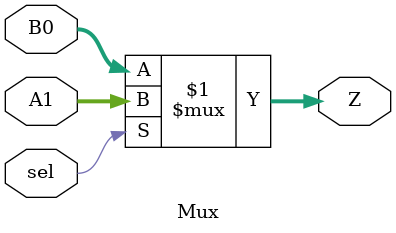
<source format=v>
module Mux (input wire [31:0] A1,
            input wire [31:0] B0,
            input wire sel,
            output wire [31:0] Z);
    assign Z = (sel)? A1 : B0;
endmodule
    

</source>
